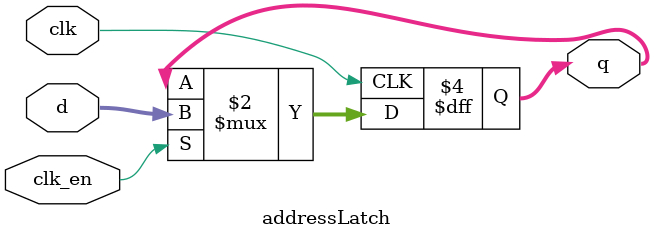
<source format=v>

module addressLatch (
	input clk,    // Clock
	input clk_en, // Clock Enable
	input [7:0] d,  // Data in
	output reg [7:0] q // Data out

);

	always @(posedge clk ) begin
		if(clk_en) begin
			q <= d;
		end
	end
endmodule
</source>
